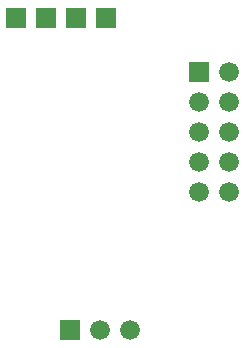
<source format=gbs>
%FSLAX23Y23*%
%MOIN*%
G04 EasyPC Gerber Version 17.0 Build 3379 *
%ADD92R,0.06600X0.06600*%
%ADD93C,0.06600*%
X0Y0D02*
D02*
D92*
X3629Y1165D03*
X3729D03*
X3809Y125D03*
X3829Y1165D03*
X3929D03*
X4239Y985D03*
D02*
D93*
X3909Y125D03*
X4009D03*
X4239Y585D03*
Y685D03*
Y785D03*
Y885D03*
X4339Y585D03*
Y685D03*
Y785D03*
Y885D03*
Y985D03*
X0Y0D02*
M02*

</source>
